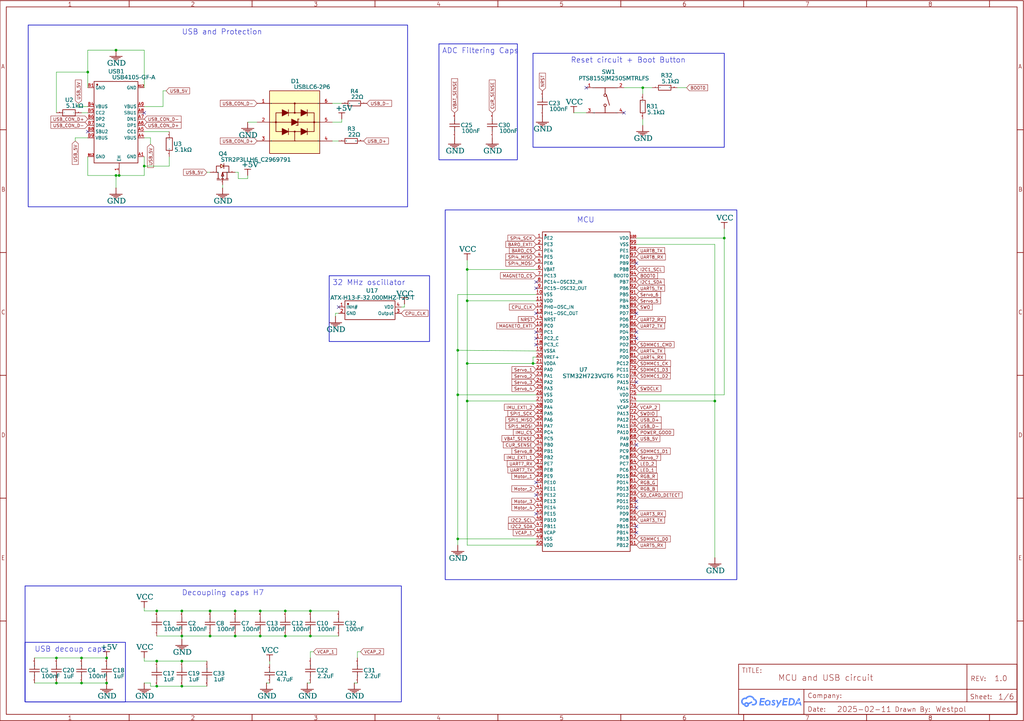
<source format=kicad_sch>
(kicad_sch (version 20250114) (generator "eeschema") (generator_version "9.0")
  (paper "User" 414.782 292.227)
  (lib_symbols
    (symbol "+5V" (power) (pin_numbers (hide yes)) (pin_names (hide yes))
      (property "Value" "+5V" (at 0 -3.81 0))
      (symbol "+5V_0_0"
        (pin power_in line (at 0 0 270) (length 0) (name "+5V") (number "1"))
      )
    )
    (symbol "ATX-H13-F-32.000MHZ-F25-T"
      (property "Reference" "U17" (at -1.4986 8.7503 0))
      (property "Value" "ATX-H13-F-32.000MHZ-F25-T" (at -19.8374 5.9309 0))
      (symbol "ATX-H13-F-32.000MHZ-F25-T_0_0"
        (pin unspecified line (at -12.7 1.27 0) (length 2.54) (name "INH#") (number "1"))
        (pin unspecified line (at -12.7 -1.27 0) (length 2.54) (name "GND") (number "2"))
        (pin unspecified line (at 12.7 1.27 180) (length 2.54) (name "VDD") (number "4"))
        (pin unspecified line (at 12.7 -1.27 180) (length 2.54) (name "Output") (number "3"))
      )
    )
    (symbol "CL05A225MQ5NNNC"
      (property "Reference" "C22" (at 2.54 0.8763 0))
      (property "Value" "2.2uF" (at 2.54 -1.4097 0))
      (symbol "CL05A225MQ5NNNC_0_0"
        (pin unspecified line (at 0 5.08 270) (length 2.54) (name "2") (number "2"))
        (pin unspecified line (at 0 -5.08 90) (length 2.54) (name "1") (number "1"))
      )
    )
    (symbol "CL05A225MQ5NNNC_1"
      (property "Reference" "C31" (at 2.54 0.8763 0))
      (property "Value" "2.2uF" (at 2.54 -1.4097 0))
      (symbol "CL05A225MQ5NNNC_1_0_0"
        (pin unspecified line (at 0 5.08 270) (length 2.54) (name "2") (number "2"))
        (pin unspecified line (at 0 -5.08 90) (length 2.54) (name "1") (number "1"))
      )
    )
    (symbol "CL05B104KP5NNNC"
      (property "Reference" "C1" (at 2.54 0.8763 0))
      (property "Value" "100nF" (at 2.54 -1.4097 0))
      (symbol "CL05B104KP5NNNC_0_0"
        (pin unspecified line (at 0 5.08 270) (length 2.54) (name "2") (number "2"))
        (pin unspecified line (at 0 -5.08 90) (length 2.54) (name "1") (number "1"))
      )
    )
    (symbol "CL05B104KP5NNNC_1"
      (property "Reference" "C2" (at 2.54 0.8763 0))
      (property "Value" "100nF" (at 2.54 -1.4097 0))
      (symbol "CL05B104KP5NNNC_1_0_0"
        (pin unspecified line (at 0 5.08 270) (length 2.54) (name "2") (number "2"))
        (pin unspecified line (at 0 -5.08 90) (length 2.54) (name "1") (number "1"))
      )
    )
    (symbol "CL05B104KP5NNNC_10"
      (property "Reference" "C25" (at 2.54 0.8763 0))
      (property "Value" "100nF" (at 2.54 -1.4097 0))
      (symbol "CL05B104KP5NNNC_10_0_0"
        (pin unspecified line (at 0 5.08 270) (length 2.54) (name "2") (number "2"))
        (pin unspecified line (at 0 -5.08 90) (length 2.54) (name "1") (number "1"))
      )
    )
    (symbol "CL05B104KP5NNNC_11"
      (property "Reference" "C30" (at 2.54 0.8763 0))
      (property "Value" "100nF" (at 2.54 -1.4097 0))
      (symbol "CL05B104KP5NNNC_11_0_0"
        (pin unspecified line (at 0 5.08 270) (length 2.54) (name "2") (number "2"))
        (pin unspecified line (at 0 -5.08 90) (length 2.54) (name "1") (number "1"))
      )
    )
    (symbol "CL05B104KP5NNNC_12"
      (property "Reference" "C32" (at 2.54 0.8763 0))
      (property "Value" "100nF" (at 2.54 -1.4097 0))
      (symbol "CL05B104KP5NNNC_12_0_0"
        (pin unspecified line (at 0 5.08 270) (length 2.54) (name "2") (number "2"))
        (pin unspecified line (at 0 -5.08 90) (length 2.54) (name "1") (number "1"))
      )
    )
    (symbol "CL05B104KP5NNNC_2"
      (property "Reference" "C4" (at 2.54 0.8763 0))
      (property "Value" "100nF" (at 2.54 -1.4097 0))
      (symbol "CL05B104KP5NNNC_2_0_0"
        (pin unspecified line (at 0 5.08 270) (length 2.54) (name "2") (number "2"))
        (pin unspecified line (at 0 -5.08 90) (length 2.54) (name "1") (number "1"))
      )
    )
    (symbol "CL05B104KP5NNNC_3"
      (property "Reference" "C5" (at 2.54 0.8763 0))
      (property "Value" "100nF" (at 2.54 -1.4097 0))
      (symbol "CL05B104KP5NNNC_3_0_0"
        (pin unspecified line (at 0 5.08 270) (length 2.54) (name "2") (number "2"))
        (pin unspecified line (at 0 -5.08 90) (length 2.54) (name "1") (number "1"))
      )
    )
    (symbol "CL05B104KP5NNNC_4"
      (property "Reference" "C7" (at 2.54 0.8763 0))
      (property "Value" "100nF" (at 2.54 -1.4097 0))
      (symbol "CL05B104KP5NNNC_4_0_0"
        (pin unspecified line (at 0 5.08 270) (length 2.54) (name "2") (number "2"))
        (pin unspecified line (at 0 -5.08 90) (length 2.54) (name "1") (number "1"))
      )
    )
    (symbol "CL05B104KP5NNNC_5"
      (property "Reference" "C8" (at 2.54 0.8763 0))
      (property "Value" "100nF" (at 2.54 -1.4097 0))
      (symbol "CL05B104KP5NNNC_5_0_0"
        (pin unspecified line (at 0 5.08 270) (length 2.54) (name "2") (number "2"))
        (pin unspecified line (at 0 -5.08 90) (length 2.54) (name "1") (number "1"))
      )
    )
    (symbol "CL05B104KP5NNNC_6"
      (property "Reference" "C10" (at 2.54 0.8763 0))
      (property "Value" "100nF" (at 2.54 -1.4097 0))
      (symbol "CL05B104KP5NNNC_6_0_0"
        (pin unspecified line (at 0 5.08 270) (length 2.54) (name "2") (number "2"))
        (pin unspecified line (at 0 -5.08 90) (length 2.54) (name "1") (number "1"))
      )
    )
    (symbol "CL05B104KP5NNNC_7"
      (property "Reference" "C12" (at 2.54 0.8763 0))
      (property "Value" "100nF" (at 2.54 -1.4097 0))
      (symbol "CL05B104KP5NNNC_7_0_0"
        (pin unspecified line (at 0 5.08 270) (length 2.54) (name "2") (number "2"))
        (pin unspecified line (at 0 -5.08 90) (length 2.54) (name "1") (number "1"))
      )
    )
    (symbol "CL05B104KP5NNNC_8"
      (property "Reference" "C13" (at 2.54 0.8763 0))
      (property "Value" "100nF" (at 2.54 -1.4097 0))
      (symbol "CL05B104KP5NNNC_8_0_0"
        (pin unspecified line (at 0 5.08 270) (length 2.54) (name "2") (number "2"))
        (pin unspecified line (at 0 -5.08 90) (length 2.54) (name "1") (number "1"))
      )
    )
    (symbol "CL05B104KP5NNNC_9"
      (property "Reference" "C23" (at 2.54 0.8763 0))
      (property "Value" "100nF" (at 2.54 -1.4097 0))
      (symbol "CL05B104KP5NNNC_9_0_0"
        (pin unspecified line (at 0 5.08 270) (length 2.54) (name "2") (number "2"))
        (pin unspecified line (at 0 -5.08 90) (length 2.54) (name "1") (number "1"))
      )
    )
    (symbol "CL10A475KP8NNNC"
      (property "Reference" "C21" (at 2.54 0.9017 0))
      (property "Value" "4.7uF" (at 2.54 -1.4351 0))
      (symbol "CL10A475KP8NNNC_0_0"
        (pin input line (at 0 3.81 270) (length 2.54) (name "2") (number "2"))
        (pin input line (at 0 -3.81 90) (length 2.54) (name "1") (number "1"))
      )
    )
    (symbol "FRQ0402F5101TS"
      (property "Reference" "U2" (at -1.4986 6.0071 0))
      (property "Value" "5.1kΩ" (at -1.4986 3.7211 0))
      (symbol "FRQ0402F5101TS_0_0"
        (pin unspecified line (at -5.08 0 0) (length 2.54) (name "1") (number "1"))
        (pin unspecified line (at 5.08 0 180) (length 2.54) (name "2") (number "2"))
      )
    )
    (symbol "FRQ0402F5101TS_1"
      (property "Reference" "U3" (at 1.778 0.8763 0))
      (property "Value" "5.1kΩ" (at 1.778 -1.4097 0))
      (symbol "FRQ0402F5101TS_1_0_0"
        (pin unspecified line (at 0 5.08 270) (length 2.54) (name "2") (number "2"))
        (pin unspecified line (at 0 -5.08 90) (length 2.54) (name "1") (number "1"))
      )
    )
    (symbol "GND" (power) (pin_numbers (hide yes)) (pin_names (hide yes))
      (property "Value" "GND" (at 0 -6.35 0))
      (symbol "GND_0_0"
        (pin power_in line (at 0 0 270) (length 0) (name "GND") (number "1"))
      )
    )
    (symbol "JMK105BJ105KV-F"
      (property "Reference" "C17" (at 2.54 0.9017 0))
      (property "Value" "1uF" (at 2.54 -1.4351 0))
      (symbol "JMK105BJ105KV-F_0_0"
        (pin unspecified line (at 0 5.08 270) (length 2.54) (name "2") (number "2"))
        (pin unspecified line (at 0 -5.08 90) (length 2.54) (name "1") (number "1"))
      )
    )
    (symbol "JMK105BJ105KV-F_1"
      (property "Reference" "C18" (at 2.54 0.9017 0))
      (property "Value" "1uF" (at 2.54 -1.4351 0))
      (symbol "JMK105BJ105KV-F_1_0_0"
        (pin unspecified line (at 0 5.08 270) (length 2.54) (name "2") (number "2"))
        (pin unspecified line (at 0 -5.08 90) (length 2.54) (name "1") (number "1"))
      )
    )
    (symbol "JMK105BJ105KV-F_2"
      (property "Reference" "C19" (at 2.54 0.9017 0))
      (property "Value" "1uF" (at 2.54 -1.4351 0))
      (symbol "JMK105BJ105KV-F_2_0_0"
        (pin unspecified line (at 0 5.08 270) (length 2.54) (name "2") (number "2"))
        (pin unspecified line (at 0 -5.08 90) (length 2.54) (name "1") (number "1"))
      )
    )
    (symbol "JMK105BJ105KV-F_3"
      (property "Reference" "C20" (at 2.54 0.9017 0))
      (property "Value" "1uF" (at 2.54 -1.4351 0))
      (symbol "JMK105BJ105KV-F_3_0_0"
        (pin unspecified line (at 0 5.08 270) (length 2.54) (name "2") (number "2"))
        (pin unspecified line (at 0 -5.08 90) (length 2.54) (name "1") (number "1"))
      )
    )
    (symbol "JMK105BJ105KV-F_4"
      (property "Reference" "C33" (at 2.54 0.9017 0))
      (property "Value" "1uF" (at 2.54 -1.4351 0))
      (symbol "JMK105BJ105KV-F_4_0_0"
        (pin unspecified line (at 0 5.08 270) (length 2.54) (name "2") (number "2"))
        (pin unspecified line (at 0 -5.08 90) (length 2.54) (name "1") (number "1"))
      )
    )
    (symbol "PTS815SJM250SMTRLFS"
      (property "Reference" "SW1" (at -1.2954 12.3063 0))
      (property "Value" "PTS815SJM250SMTRLFS" (at -11.6078 9.7663 0))
      (symbol "PTS815SJM250SMTRLFS_0_0"
        (pin unspecified line (at -7.62 5.08 0) (length 2.54) (name "1") (number "1"))
        (pin unspecified line (at -7.62 -5.08 0) (length 2.54) (name "3") (number "3"))
        (pin unspecified line (at 7.62 5.08 180) (length 2.54) (name "2") (number "2"))
        (pin unspecified line (at 7.62 -5.08 180) (length 2.54) (name "4") (number "4"))
      )
    )
    (symbol "RC0402FR-0722RL"
      (property "Reference" "R3" (at -1.4986 5.7531 0))
      (property "Value" "22Ω" (at -1.4986 3.4671 0))
      (symbol "RC0402FR-0722RL_0_0"
        (pin input line (at -5.08 0 0) (length 2.54) (name "1") (number "1"))
        (pin input line (at 5.08 0 180) (length 2.54) (name "2") (number "2"))
      )
    )
    (symbol "RC0402FR-0722RL_1"
      (property "Reference" "R4" (at -1.4986 5.7531 0))
      (property "Value" "22Ω" (at -1.4986 3.4671 0))
      (symbol "RC0402FR-0722RL_1_0_0"
        (pin input line (at -5.08 0 0) (length 2.54) (name "1") (number "1"))
        (pin input line (at 5.08 0 180) (length 2.54) (name "2") (number "2"))
      )
    )
    (symbol "RMC04025.1K1%N"
      (property "Reference" "R31" (at 1.524 0.8763 0))
      (property "Value" "5.1kΩ" (at 1.524 -1.4351 0))
      (symbol "RMC04025.1K1%N_0_0"
        (pin unspecified line (at 0 5.08 270) (length 2.54) (name "2") (number "2"))
        (pin unspecified line (at 0 -5.08 90) (length 2.54) (name "1") (number "1"))
      )
    )
    (symbol "RMC04025.1K1%N_1"
      (property "Reference" "R32" (at -1.4986 5.8039 0))
      (property "Value" "5.1kΩ" (at -1.4986 3.4671 0))
      (symbol "RMC04025.1K1%N_1_0_0"
        (pin unspecified line (at -5.08 0 0) (length 2.54) (name "1") (number "1"))
        (pin unspecified line (at 5.08 0 180) (length 2.54) (name "2") (number "2"))
      )
    )
    (symbol "STM32H723VGT6"
      (property "Reference" "U7" (at -2.7686 9.7409 0))
      (property "Value" "STM32H723VGT6" (at -9.7282 7.2009 0))
      (symbol "STM32H723VGT6_0_0"
        (pin unspecified line (at -20.32 62.23 0) (length 2.54) (name "PE2") (number "1"))
        (pin unspecified line (at -20.32 59.69 0) (length 2.54) (name "PE3") (number "2"))
        (pin unspecified line (at -20.32 57.15 0) (length 2.54) (name "PE4") (number "3"))
        (pin unspecified line (at -20.32 54.61 0) (length 2.54) (name "PE5") (number "4"))
        (pin unspecified line (at -20.32 52.07 0) (length 2.54) (name "PE6") (number "5"))
        (pin unspecified line (at -20.32 49.53 0) (length 2.54) (name "VBAT") (number "6"))
        (pin unspecified line (at -20.32 46.99 0) (length 2.54) (name "PC13") (number "7"))
        (pin unspecified line (at -20.32 44.45 0) (length 2.54) (name "PC14-OSC32_IN") (number "8"))
        (pin unspecified line (at -20.32 41.91 0) (length 2.54) (name "PC15-OSC32_OUT") (number "9"))
        (pin unspecified line (at -20.32 39.37 0) (length 2.54) (name "VSS") (number "10"))
        (pin unspecified line (at -20.32 36.83 0) (length 2.54) (name "VDD") (number "11"))
        (pin unspecified line (at -20.32 34.29 0) (length 2.54) (name "PH0-OSC_IN") (number "12"))
        (pin unspecified line (at -20.32 31.75 0) (length 2.54) (name "PH1-OSC_OUT") (number "13"))
        (pin unspecified line (at -20.32 29.21 0) (length 2.54) (name "NRST") (number "14"))
        (pin unspecified line (at -20.32 26.67 0) (length 2.54) (name "PC0") (number "15"))
        (pin unspecified line (at -20.32 24.13 0) (length 2.54) (name "PC1") (number "16"))
        (pin unspecified line (at -20.32 21.59 0) (length 2.54) (name "PC2_C") (number "17"))
        (pin unspecified line (at -20.32 19.05 0) (length 2.54) (name "PC3_C") (number "18"))
        (pin unspecified line (at -20.32 16.51 0) (length 2.54) (name "VSSA") (number "19"))
        (pin unspecified line (at -20.32 13.97 0) (length 2.54) (name "VREF+") (number "20"))
        (pin unspecified line (at -20.32 11.43 0) (length 2.54) (name "VDDA") (number "21"))
        (pin unspecified line (at -20.32 8.89 0) (length 2.54) (name "PA0") (number "22"))
        (pin unspecified line (at -20.32 6.35 0) (length 2.54) (name "PA1") (number "23"))
        (pin unspecified line (at -20.32 3.81 0) (length 2.54) (name "PA2") (number "24"))
        (pin unspecified line (at -20.32 1.27 0) (length 2.54) (name "PA3") (number "25"))
        (pin unspecified line (at -20.32 -1.27 0) (length 2.54) (name "VSS") (number "26"))
        (pin unspecified line (at -20.32 -3.81 0) (length 2.54) (name "VDD") (number "27"))
        (pin unspecified line (at -20.32 -6.35 0) (length 2.54) (name "PA4") (number "28"))
        (pin unspecified line (at -20.32 -8.89 0) (length 2.54) (name "PA5") (number "29"))
        (pin unspecified line (at -20.32 -11.43 0) (length 2.54) (name "PA6") (number "30"))
        (pin unspecified line (at -20.32 -13.97 0) (length 2.54) (name "PA7") (number "31"))
        (pin unspecified line (at -20.32 -16.51 0) (length 2.54) (name "PC4") (number "32"))
        (pin unspecified line (at -20.32 -19.05 0) (length 2.54) (name "PC5") (number "33"))
        (pin unspecified line (at -20.32 -21.59 0) (length 2.54) (name "PB0") (number "34"))
        (pin unspecified line (at -20.32 -24.13 0) (length 2.54) (name "PB1") (number "35"))
        (pin unspecified line (at -20.32 -26.67 0) (length 2.54) (name "PB2") (number "36"))
        (pin unspecified line (at -20.32 -29.21 0) (length 2.54) (name "PE7") (number "37"))
        (pin unspecified line (at -20.32 -31.75 0) (length 2.54) (name "PE8") (number "38"))
        (pin unspecified line (at -20.32 -34.29 0) (length 2.54) (name "PE9") (number "39"))
        (pin unspecified line (at -20.32 -36.83 0) (length 2.54) (name "PE10") (number "40"))
        (pin unspecified line (at -20.32 -39.37 0) (length 2.54) (name "PE11") (number "41"))
        (pin unspecified line (at -20.32 -41.91 0) (length 2.54) (name "PE12") (number "42"))
        (pin unspecified line (at -20.32 -44.45 0) (length 2.54) (name "PE13") (number "43"))
        (pin unspecified line (at -20.32 -46.99 0) (length 2.54) (name "PE14") (number "44"))
        (pin unspecified line (at -20.32 -49.53 0) (length 2.54) (name "PE15") (number "45"))
        (pin unspecified line (at -20.32 -52.07 0) (length 2.54) (name "PB10") (number "46"))
        (pin unspecified line (at -20.32 -54.61 0) (length 2.54) (name "PB11") (number "47"))
        (pin unspecified line (at -20.32 -57.15 0) (length 2.54) (name "VCAP") (number "48"))
        (pin unspecified line (at -20.32 -59.69 0) (length 2.54) (name "VSS") (number "49"))
        (pin unspecified line (at -20.32 -62.23 0) (length 2.54) (name "VDD") (number "50"))
        (pin unspecified line (at 20.32 62.23 180) (length 2.54) (name "VDD") (number "100"))
        (pin unspecified line (at 20.32 59.69 180) (length 2.54) (name "VSS") (number "99"))
        (pin unspecified line (at 20.32 57.15 180) (length 2.54) (name "PE1") (number "98"))
        (pin unspecified line (at 20.32 54.61 180) (length 2.54) (name "PE0") (number "97"))
        (pin unspecified line (at 20.32 52.07 180) (length 2.54) (name "PB9") (number "96"))
        (pin unspecified line (at 20.32 49.53 180) (length 2.54) (name "PB8") (number "95"))
        (pin unspecified line (at 20.32 46.99 180) (length 2.54) (name "BOOT0") (number "94"))
        (pin unspecified line (at 20.32 44.45 180) (length 2.54) (name "PB7") (number "93"))
        (pin unspecified line (at 20.32 41.91 180) (length 2.54) (name "PB6") (number "92"))
        (pin unspecified line (at 20.32 39.37 180) (length 2.54) (name "PB5") (number "91"))
        (pin unspecified line (at 20.32 36.83 180) (length 2.54) (name "PB4") (number "90"))
        (pin unspecified line (at 20.32 34.29 180) (length 2.54) (name "PB3") (number "89"))
        (pin unspecified line (at 20.32 31.75 180) (length 2.54) (name "PD7") (number "88"))
        (pin unspecified line (at 20.32 29.21 180) (length 2.54) (name "PD6") (number "87"))
        (pin unspecified line (at 20.32 26.67 180) (length 2.54) (name "PD5") (number "86"))
        (pin unspecified line (at 20.32 24.13 180) (length 2.54) (name "PD4") (number "85"))
        (pin unspecified line (at 20.32 21.59 180) (length 2.54) (name "PD3") (number "84"))
        (pin unspecified line (at 20.32 19.05 180) (length 2.54) (name "PD2") (number "83"))
        (pin unspecified line (at 20.32 16.51 180) (length 2.54) (name "PD1") (number "82"))
        (pin unspecified line (at 20.32 13.97 180) (length 2.54) (name "PD0") (number "81"))
        (pin unspecified line (at 20.32 11.43 180) (length 2.54) (name "PC12") (number "80"))
        (pin unspecified line (at 20.32 8.89 180) (length 2.54) (name "PC11") (number "79"))
        (pin unspecified line (at 20.32 6.35 180) (length 2.54) (name "PC10") (number "78"))
        (pin unspecified line (at 20.32 3.81 180) (length 2.54) (name "PA15") (number "77"))
        (pin unspecified line (at 20.32 1.27 180) (length 2.54) (name "PA14") (number "76"))
        (pin unspecified line (at 20.32 -1.27 180) (length 2.54) (name "VDD") (number "75"))
        (pin unspecified line (at 20.32 -3.81 180) (length 2.54) (name "VSS") (number "74"))
        (pin unspecified line (at 20.32 -6.35 180) (length 2.54) (name "VCAP") (number "73"))
        (pin unspecified line (at 20.32 -8.89 180) (length 2.54) (name "PA13") (number "72"))
        (pin unspecified line (at 20.32 -11.43 180) (length 2.54) (name "PA12") (number "71"))
        (pin unspecified line (at 20.32 -13.97 180) (length 2.54) (name "PA11") (number "70"))
        (pin unspecified line (at 20.32 -16.51 180) (length 2.54) (name "PA10") (number "69"))
        (pin unspecified line (at 20.32 -19.05 180) (length 2.54) (name "PA9") (number "68"))
        (pin unspecified line (at 20.32 -21.59 180) (length 2.54) (name "PA8") (number "67"))
        (pin unspecified line (at 20.32 -24.13 180) (length 2.54) (name "PC9") (number "66"))
        (pin unspecified line (at 20.32 -26.67 180) (length 2.54) (name "PC8") (number "65"))
        (pin unspecified line (at 20.32 -29.21 180) (length 2.54) (name "PC7") (number "64"))
        (pin unspecified line (at 20.32 -31.75 180) (length 2.54) (name "PC6") (number "63"))
        (pin unspecified line (at 20.32 -34.29 180) (length 2.54) (name "PD15") (number "62"))
        (pin unspecified line (at 20.32 -36.83 180) (length 2.54) (name "PD14") (number "61"))
        (pin unspecified line (at 20.32 -39.37 180) (length 2.54) (name "PD13") (number "60"))
        (pin unspecified line (at 20.32 -41.91 180) (length 2.54) (name "PD12") (number "59"))
        (pin unspecified line (at 20.32 -44.45 180) (length 2.54) (name "PD11") (number "58"))
        (pin unspecified line (at 20.32 -46.99 180) (length 2.54) (name "PD10") (number "57"))
        (pin unspecified line (at 20.32 -49.53 180) (length 2.54) (name "PD9") (number "56"))
        (pin unspecified line (at 20.32 -52.07 180) (length 2.54) (name "PD8") (number "55"))
        (pin unspecified line (at 20.32 -54.61 180) (length 2.54) (name "PB15") (number "54"))
        (pin unspecified line (at 20.32 -57.15 180) (length 2.54) (name "PB14") (number "53"))
        (pin unspecified line (at 20.32 -59.69 180) (length 2.54) (name "PB13") (number "52"))
        (pin unspecified line (at 20.32 -62.23 180) (length 2.54) (name "PB12") (number "51"))
      )
    )
    (symbol "STR2P3LLH6_C2969791"
      (property "Reference" "Q4" (at -1.5748 8.3439 0))
      (property "Value" "STR2P3LLH6_C2969791" (at -1.5748 6.0071 0))
      (symbol "STR2P3LLH6_C2969791_0_0"
        (pin unspecified line (at -5.08 0 0) (length 2.54) (name "D") (number "3"))
        (pin unspecified line (at 0 -5.08 90) (length 2.54) (name "G") (number "1"))
        (pin unspecified line (at 5.08 0 180) (length 2.54) (name "S") (number "2"))
      )
    )
    (symbol "USB4105-GF-A"
      (property "Reference" "USB1" (at -4.3434 25.1841 0))
      (property "Value" "USB4105-GF-A" (at -4.3434 22.8981 0))
      (symbol "USB4105-GF-A_0_0"
        (pin unspecified line (at -12.7 17.78 0) (length 2.54) (name "GND") (number "B1"))
        (pin unspecified line (at -12.7 10.16 0) (length 2.54) (name "VBUS") (number "B4"))
        (pin unspecified line (at -12.7 7.62 0) (length 2.54) (name "CC2") (number "B5"))
        (pin unspecified line (at -12.7 5.08 0) (length 2.54) (name "DP2") (number "B6"))
        (pin unspecified line (at -12.7 2.54 0) (length 2.54) (name "DN2") (number "B7"))
        (pin unspecified line (at -12.7 0 0) (length 2.54) (name "SBU2") (number "B8"))
        (pin unspecified line (at -12.7 -2.54 0) (length 2.54) (name "VBUS") (number "B9"))
        (pin unspecified line (at -12.7 -10.16 0) (length 2.54) (name "GND") (number "B12"))
        (pin unspecified line (at 0 -17.78 90) (length 5.08) (name "EH") (number "1"))
        (pin unspecified line (at 10.16 17.78 180) (length 2.54) (name "GND") (number "A12"))
        (pin unspecified line (at 10.16 10.16 180) (length 2.54) (name "VBUS") (number "A9"))
        (pin unspecified line (at 10.16 7.62 180) (length 2.54) (name "SBU1") (number "A8"))
        (pin unspecified line (at 10.16 5.08 180) (length 2.54) (name "DN1") (number "A7"))
        (pin unspecified line (at 10.16 2.54 180) (length 2.54) (name "DP1") (number "A6"))
        (pin unspecified line (at 10.16 0 180) (length 2.54) (name "CC1") (number "A5"))
        (pin unspecified line (at 10.16 -2.54 180) (length 2.54) (name "VBUS") (number "A4"))
        (pin unspecified line (at 10.16 -10.16 180) (length 2.54) (name "GND") (number "A1"))
      )
    )
    (symbol "USBLC6-2P6"
      (property "Reference" "D1" (at -1.4986 17.4371 0))
      (property "Value" "USBLC6-2P6" (at -1.4986 15.1511 0))
      (symbol "USBLC6-2P6_0_0"
        (pin input line (at -15.24 7.62 0) (length 5.08) (name "I/O1") (number "1"))
        (pin input line (at -15.24 0 0) (length 5.08) (name "GND") (number "2"))
        (pin input line (at -15.24 -7.62 0) (length 5.08) (name "I/O2") (number "3"))
        (pin input line (at 15.24 7.62 180) (length 5.08) (name "I/O1") (number "6"))
        (pin input line (at 15.24 0 180) (length 5.08) (name "VBUS") (number "5"))
        (pin input line (at 15.24 -7.62 180) (length 5.08) (name "I/O2") (number "4"))
      )
    )
    (symbol "Unknown_0_-1149"
      (symbol "Unknown_0_-1149_0_0"
        (text "A" (at 0.381 -25.7429 0) (effects (font (size 1.6891 1.6891)) (justify left top)))
        (text "B" (at 0.381 -75.5269 0) (effects (font (size 1.6891 1.6891)) (justify left top)))
        (text "C" (at 0.381 -125.3109 0) (effects (font (size 1.6891 1.6891)) (justify left top)))
        (text "D" (at 0.381 -175.0949 0) (effects (font (size 1.6891 1.6891)) (justify left top)))
        (text "E" (at 0.381 -224.8789 0) (effects (font (size 1.6891 1.6891)) (justify left top)))
        (text "1" (at 27.432 -0.4699 0) (effects (font (size 1.6891 1.6891)) (justify left top)))
        (text "1" (at 27.432 -289.7759 0) (effects (font (size 1.6891 1.6891)) (justify left top)))
        (text "2" (at 77.216 -0.4699 0) (effects (font (size 1.6891 1.6891)) (justify left top)))
        (text "2" (at 77.216 -289.7759 0) (effects (font (size 1.6891 1.6891)) (justify left top)))
        (text "3" (at 127 -0.4699 0) (effects (font (size 1.6891 1.6891)) (justify left top)))
        (text "3" (at 127 -289.7759 0) (effects (font (size 1.6891 1.6891)) (justify left top)))
        (text "4" (at 176.784 -0.4699 0) (effects (font (size 1.6891 1.6891)) (justify left top)))
        (text "4" (at 176.784 -289.7759 0) (effects (font (size 1.6891 1.6891)) (justify left top)))
        (text "5" (at 226.568 -0.4699 0) (effects (font (size 1.6891 1.6891)) (justify left top)))
        (text "5" (at 226.568 -289.7759 0) (effects (font (size 1.6891 1.6891)) (justify left top)))
        (text "6" (at 276.352 -0.4699 0) (effects (font (size 1.6891 1.6891)) (justify left top)))
        (text "6" (at 276.352 -289.7759 0) (effects (font (size 1.6891 1.6891)) (justify left top)))
        (text "TITLE:" (at 300.4566 -270.3576 0) (effects (font (size 1.9304 1.9304)) (justify left top)))
        (text "MCU and USB circuit" (at 315.1124 -273.05 0) (effects (font (size 2.413 2.413)) (justify left top)))
        (text "7" (at 326.136 -0.4699 0) (effects (font (size 1.6891 1.6891)) (justify left top)))
        (text "7" (at 326.136 -289.7759 0) (effects (font (size 1.6891 1.6891)) (justify left top)))
        (text "Company:" (at 327.0504 -280.5684 0) (effects (font (size 1.9304 1.9304)) (justify left top)))
        (text "Date:" (at 327.0504 -286.1056 0) (effects (font (size 1.9304 1.9304)) (justify left top)))
        (text "2025-02-11" (at 338.9884 -285.9659 0) (effects (font (size 2.1717 2.1717)) (justify left top)))
        (text "Drawn By:" (at 362.3564 -286.1564 0) (effects (font (size 1.9304 1.9304)) (justify left top)))
        (text "8" (at 375.92 -0.4699 0) (effects (font (size 1.6891 1.6891)) (justify left top)))
        (text "8" (at 375.92 -289.7759 0) (effects (font (size 1.6891 1.6891)) (justify left top)))
        (text "Westpol" (at 378.8664 -285.9151 0) (effects (font (size 2.1717 2.1717)) (justify left top)))
        (text "Sheet:" (at 392.8364 -281.0256 0) (effects (font (size 1.9304 1.9304)) (justify left top)))
        (text "REV:" (at 393.0904 -273.7104 0) (effects (font (size 1.9304 1.9304)) (justify left top)))
        (text "1.0" (at 402.7424 -273.4691 0) (effects (font (size 2.1717 2.1717)) (justify left top)))
        (text "1/6" (at 404.2664 -280.8859 0) (effects (font (size 2.1717 2.1717)) (justify left top)))
        (text "A" (at 412.369 -25.7429 0) (effects (font (size 1.6891 1.6891)) (justify left top)))
        (text "B" (at 412.369 -75.5269 0) (effects (font (size 1.6891 1.6891)) (justify left top)))
        (text "C" (at 412.369 -125.3109 0) (effects (font (size 1.6891 1.6891)) (justify left top)))
        (text "D" (at 412.369 -175.0949 0) (effects (font (size 1.6891 1.6891)) (justify left top)))
        (text "E" (at 412.369 -224.8789 0) (effects (font (size 1.6891 1.6891)) (justify left top)))
      )
    )
    (symbol "VCC" (power) (pin_numbers (hide yes)) (pin_names (hide yes))
      (property "Value" "VCC" (at 0 -3.81 0))
      (symbol "VCC_0_0"
        (pin power_in line (at 0 0 270) (length 0) (name "VCC") (number "1"))
      )
    )
  )
  (rectangle (start 133.35 111.76) (end 173.99 138.43) (stroke (width 0.254)))
  (rectangle (start 177.8 17.78) (end 209.55 64.77) (stroke (width 0.254)))
  (rectangle (start 10.16 237.49) (end 162.56 284.48) (stroke (width 0.254)))
  (rectangle (start 215.9 21.59) (end 293.37 59.69) (stroke (width 0.254)))
  (rectangle (start 180.34 85.09) (end 298.45 234.95) (stroke (width 0.254)))
  (rectangle (start 11.43 10.16) (end 165.1 83.82) (stroke (width 0.254)))
  (rectangle (start 10.16 260.35) (end 50.8 284.48) (stroke (width 0.254)))
  (text "ADC Filtering Caps" (at 179.07 19.4183 0) (effects (font (size 2.1717 2.1717)) (justify left top)))
  (text "Reset circuit + Boot Button" (at 231.14 23.2283 0) (effects (font (size 2.1717 2.1717)) (justify left top)))
  (text "Decoupling caps H7" (at 73.66 239.1283 0) (effects (font (size 2.1717 2.1717)) (justify left top)))
  (text "USB decoup caps" (at 13.97 261.9883 0) (effects (font (size 2.1717 2.1717)) (justify left top)))
  (text "USB and Protection" (at 73.66 11.7983 0) (effects (font (size 2.1717 2.1717)) (justify left top)))
  (text "MCU" (at 233.68 87.9983 0) (effects (font (size 2.1717 2.1717)) (justify left top)))
  (text "32 MHz oscillator" (at 134.62 113.3983 0) (effects (font (size 2.1717 2.1717)) (justify left top)))
  (junction (at 125.73 257.81))
  (junction (at 43.18 276.86))
  (junction (at 189.23 147.32))
  (junction (at 63.5 267.97))
  (junction (at 22.86 266.7))
  (junction (at 115.57 247.65))
  (junction (at 189.23 109.22))
  (junction (at 22.86 276.86))
  (junction (at 189.23 121.92))
  (junction (at 185.42 218.44))
  (junction (at 73.66 257.81))
  (junction (at 260.35 35.56))
  (junction (at 95.25 257.81))
  (junction (at 33.02 276.86))
  (junction (at 293.37 96.52))
  (junction (at 58.42 67.31))
  (junction (at 46.99 20.32))
  (junction (at 63.5 247.65))
  (junction (at 63.5 278.13))
  (junction (at 33.02 266.7))
  (junction (at 105.41 257.81))
  (junction (at 189.23 162.56))
  (junction (at 85.09 257.81))
  (junction (at 289.56 162.56))
  (junction (at 215.9 147.32))
  (junction (at 185.42 160.02))
  (junction (at 85.09 247.65))
  (junction (at 46.99 71.12))
  (junction (at 115.57 257.81))
  (junction (at 73.66 267.97))
  (junction (at 125.73 247.65))
  (junction (at 185.42 141.986))
  (junction (at 48.26 71.12))
  (junction (at 43.18 266.7))
  (junction (at 95.25 247.65))
  (junction (at 73.66 247.65))
  (junction (at 105.41 247.65))
  (junction (at 35.56 29.21))
  (junction (at 73.66 278.13))
  (no_connect (at 217.17 127))
  (no_connect (at 257.81 127))
  (no_connect (at 257.81 106.68))
  (no_connect (at 217.17 114.3))
  (no_connect (at 217.17 208.28))
  (no_connect (at 257.81 213.36))
  (no_connect (at 257.81 205.74))
  (no_connect (at 217.17 195.58))
  (no_connect (at 257.81 154.94))
  (no_connect (at 252.73 45.72))
  (no_connect (at 257.81 203.2))
  (no_connect (at 257.81 134.62))
  (no_connect (at 257.81 215.9))
  (no_connect (at 257.81 137.16))
  (no_connect (at 217.17 137.16))
  (no_connect (at 217.17 139.7))
  (no_connect (at 58.42 45.72))
  (no_connect (at 237.49 35.56))
  (no_connect (at 217.17 134.62))
  (no_connect (at 217.17 200.66))
  (no_connect (at 257.81 180.34))
  (no_connect (at 137.16 124.46))
  (no_connect (at 35.56 53.34))
  (no_connect (at 217.17 116.84))
  (wire (pts (xy 96.52 69.85) (xy 96.52 72.39)))
  (wire (pts (xy 58.42 43.18) (xy 66.04 43.18)))
  (wire (pts (xy 22.86 45.72) (xy 22.86 29.21)))
  (wire (pts (xy 83.82 267.97) (xy 73.66 267.97)))
  (wire (pts (xy 90.17 76.2) (xy 90.17 74.93)))
  (wire (pts (xy 22.86 276.86) (xy 33.02 276.86)))
  (wire (pts (xy 100.33 49.53) (xy 104.14 49.53)))
  (wire (pts (xy 107.95 276.86) (xy 109.22 276.86)))
  (wire (pts (xy 293.37 92.71) (xy 293.37 96.52)))
  (wire (pts (xy 217.17 218.44) (xy 185.42 218.44)))
  (wire (pts (xy 13.97 276.86) (xy 22.86 276.86)))
  (wire (pts (xy 217.17 162.56) (xy 189.23 162.56)))
  (wire (pts (xy 100.33 72.39) (xy 100.33 71.12)))
  (wire (pts (xy 95.25 247.65) (xy 85.09 247.65)))
  (wire (pts (xy 115.57 257.81) (xy 105.41 257.81)))
  (wire (pts (xy 189.23 220.98) (xy 217.17 220.98)))
  (wire (pts (xy 58.42 63.5) (xy 58.42 67.31)))
  (wire (pts (xy 293.37 96.52) (xy 293.37 160.02)))
  (wire (pts (xy 144.78 264.16) (xy 144.78 266.7)))
  (wire (pts (xy 260.35 38.1) (xy 260.35 35.56)))
  (wire (pts (xy 66.04 43.18) (xy 66.04 36.83)))
  (wire (pts (xy 46.99 71.12) (xy 35.56 71.12)))
  (wire (pts (xy 46.99 20.32) (xy 58.42 20.32)))
  (wire (pts (xy 68.58 63.5) (xy 68.58 67.31)))
  (wire (pts (xy 35.56 43.18) (xy 31.75 43.18)))
  (wire (pts (xy 60.96 58.42) (xy 60.96 55.88)))
  (wire (pts (xy 162.56 124.46) (xy 163.83 124.46)))
  (wire (pts (xy 35.56 35.56) (xy 35.56 29.21)))
  (wire (pts (xy 60.96 276.86) (xy 58.42 276.86)))
  (wire (pts (xy 257.81 162.56) (xy 289.56 162.56)))
  (wire (pts (xy 73.66 257.81) (xy 63.5 257.81)))
  (wire (pts (xy 58.42 267.97) (xy 58.42 266.7)))
  (wire (pts (xy 260.35 35.56) (xy 252.73 35.56)))
  (wire (pts (xy 35.56 45.72) (xy 33.02 45.72)))
  (wire (pts (xy 185.42 220.98) (xy 185.42 218.44)))
  (wire (pts (xy 143.51 276.86) (xy 144.78 276.86)))
  (wire (pts (xy 293.37 160.02) (xy 257.81 160.02)))
  (wire (pts (xy 135.89 127) (xy 135.89 128.27)))
  (wire (pts (xy 137.16 247.65) (xy 125.73 247.65)))
  (wire (pts (xy 189.23 162.56) (xy 189.23 220.98)))
  (wire (pts (xy 189.23 105.41) (xy 189.23 109.22)))
  (wire (pts (xy 73.66 267.97) (xy 63.5 267.97)))
  (wire (pts (xy 289.56 226.06) (xy 289.56 162.56)))
  (wire (pts (xy 134.62 57.15) (xy 137.16 57.15)))
  (wire (pts (xy 105.41 247.65) (xy 95.25 247.65)))
  (wire (pts (xy 60.96 55.88) (xy 58.42 55.88)))
  (wire (pts (xy 217.17 121.92) (xy 189.23 121.92)))
  (wire (pts (xy 146.05 264.16) (xy 144.78 264.16)))
  (wire (pts (xy 58.42 67.31) (xy 58.42 71.12)))
  (wire (pts (xy 289.56 162.56) (xy 289.56 99.06)))
  (wire (pts (xy 109.22 267.97) (xy 109.22 269.24)))
  (wire (pts (xy 289.56 99.06) (xy 257.81 99.06)))
  (wire (pts (xy 189.23 147.32) (xy 189.23 162.56)))
  (wire (pts (xy 66.04 36.83) (xy 67.31 36.83)))
  (wire (pts (xy 237.49 45.72) (xy 232.41 45.72)))
  (wire (pts (xy 163.83 124.46) (xy 163.83 123.19)))
  (wire (pts (xy 115.57 247.65) (xy 105.41 247.65)))
  (wire (pts (xy 185.42 160.02) (xy 185.42 141.986)))
  (wire (pts (xy 58.42 20.32) (xy 58.42 35.56)))
  (wire (pts (xy 83.82 69.85) (xy 85.09 69.85)))
  (wire (pts (xy 185.42 119.38) (xy 217.17 119.38)))
  (wire (pts (xy 137.16 257.81) (xy 125.73 257.81)))
  (wire (pts (xy 22.86 29.21) (xy 35.56 29.21)))
  (wire (pts (xy 35.56 20.32) (xy 46.99 20.32)))
  (wire (pts (xy 257.81 96.52) (xy 293.37 96.52)))
  (wire (pts (xy 30.48 57.15) (xy 30.48 55.88)))
  (wire (pts (xy 46.99 76.2) (xy 46.99 71.12)))
  (wire (pts (xy 30.48 55.88) (xy 35.56 55.88)))
  (wire (pts (xy 58.42 71.12) (xy 48.26 71.12)))
  (wire (pts (xy 35.56 71.12) (xy 35.56 63.5)))
  (wire (pts (xy 185.42 141.986) (xy 185.42 119.38)))
  (wire (pts (xy 278.13 35.56) (xy 274.32 35.56)))
  (wire (pts (xy 189.23 121.92) (xy 189.23 147.32)))
  (wire (pts (xy 138.43 49.53) (xy 134.62 49.53)))
  (wire (pts (xy 73.66 259.08) (xy 73.66 257.81)))
  (wire (pts (xy 185.42 218.44) (xy 185.42 160.02)))
  (wire (pts (xy 35.56 29.21) (xy 35.56 20.32)))
  (wire (pts (xy 60.96 278.13) (xy 60.96 276.86)))
  (wire (pts (xy 63.5 267.97) (xy 58.42 267.97)))
  (wire (pts (xy 189.23 109.22) (xy 189.23 121.92)))
  (wire (pts (xy 138.43 48.26) (xy 138.43 49.53)))
  (wire (pts (xy 217.17 144.78) (xy 215.9 144.78)))
  (wire (pts (xy 13.97 266.7) (xy 22.86 266.7)))
  (wire (pts (xy 125.73 257.81) (xy 115.57 257.81)))
  (wire (pts (xy 125.73 264.16) (xy 125.73 266.7)))
  (wire (pts (xy 217.17 147.32) (xy 215.9 147.32)))
  (wire (pts (xy 63.5 278.13) (xy 60.96 278.13)))
  (wire (pts (xy 33.02 266.7) (xy 43.18 266.7)))
  (wire (pts (xy 217.17 109.22) (xy 189.23 109.22)))
  (wire (pts (xy 124.46 276.86) (xy 125.73 276.86)))
  (wire (pts (xy 95.25 69.85) (xy 96.52 69.85)))
  (wire (pts (xy 217.17 160.02) (xy 185.42 160.02)))
  (wire (pts (xy 105.41 257.81) (xy 95.25 257.81)))
  (wire (pts (xy 215.9 147.32) (xy 189.23 147.32)))
  (wire (pts (xy 264.16 35.56) (xy 260.35 35.56)))
  (wire (pts (xy 48.26 71.12) (xy 46.99 71.12)))
  (wire (pts (xy 217.17 142.24) (xy 185.42 141.986)))
  (wire (pts (xy 137.16 127) (xy 135.89 127)))
  (wire (pts (xy 58.42 247.65) (xy 58.42 246.38)))
  (wire (pts (xy 63.5 247.65) (xy 58.42 247.65)))
  (wire (pts (xy 33.02 276.86) (xy 43.18 276.86)))
  (wire (pts (xy 85.09 247.65) (xy 73.66 247.65)))
  (wire (pts (xy 134.62 41.91) (xy 138.43 41.91)))
  (wire (pts (xy 96.52 72.39) (xy 100.33 72.39)))
  (wire (pts (xy 95.25 257.81) (xy 85.09 257.81)))
  (wire (pts (xy 31.75 43.18) (xy 31.75 41.91)))
  (wire (pts (xy 260.35 50.8) (xy 260.35 48.26)))
  (wire (pts (xy 125.73 247.65) (xy 115.57 247.65)))
  (wire (pts (xy 73.66 247.65) (xy 63.5 247.65)))
  (wire (pts (xy 58.42 53.34) (xy 68.58 53.34)))
  (wire (pts (xy 85.09 257.81) (xy 73.66 257.81)))
  (wire (pts (xy 215.9 144.78) (xy 215.9 147.32)))
  (wire (pts (xy 68.58 67.31) (xy 58.42 67.31)))
  (wire (pts (xy 73.66 278.13) (xy 63.5 278.13)))
  (wire (pts (xy 22.86 266.7) (xy 33.02 266.7)))
  (wire (pts (xy 127 264.16) (xy 125.73 264.16)))
  (wire (pts (xy 83.82 278.13) (xy 73.66 278.13)))
  (global_label "IMU_CS" (shape input) (at 217.17 175.26 180) (property "Intersheetrefs" "${INTERSHEET_REFS}" (effects (hide yes))))
  (global_label "SPI1_MISO" (shape input) (at 217.17 170.18 180) (property "Intersheetrefs" "${INTERSHEET_REFS}" (effects (hide yes))))
  (global_label "SDMMC1_D3" (shape input) (at 257.81 149.86 0) (property "Intersheetrefs" "${INTERSHEET_REFS}" (effects (hide yes))))
  (global_label "POWER_GOOD" (shape input) (at 257.81 175.26 0) (property "Intersheetrefs" "${INTERSHEET_REFS}" (effects (hide yes))))
  (global_label "SWDCLK" (shape input) (at 257.81 157.48 0) (property "Intersheetrefs" "${INTERSHEET_REFS}" (effects (hide yes))))
  (global_label "UART4_RX" (shape input) (at 257.81 144.78 0) (property "Intersheetrefs" "${INTERSHEET_REFS}" (effects (hide yes))))
  (global_label "USB_D-" (shape input) (at 148.59 41.91 0) (property "Intersheetrefs" "${INTERSHEET_REFS}" (effects (hide yes))))
  (global_label "BARO_CS" (shape input) (at 217.17 101.6 180) (property "Intersheetrefs" "${INTERSHEET_REFS}" (effects (hide yes))))
  (global_label "SPI1_MOSI" (shape input) (at 217.17 172.72 180) (property "Intersheetrefs" "${INTERSHEET_REFS}" (effects (hide yes))))
  (global_label "Motor_1" (shape input) (at 217.17 193.04 180) (property "Intersheetrefs" "${INTERSHEET_REFS}" (effects (hide yes))))
  (global_label "SWDIO" (shape input) (at 257.81 167.64 0) (property "Intersheetrefs" "${INTERSHEET_REFS}" (effects (hide yes))))
  (global_label "IMU_EXTI_1" (shape input) (at 217.17 185.42 180) (property "Intersheetrefs" "${INTERSHEET_REFS}" (effects (hide yes))))
  (global_label "SD_CARD_DETECT" (shape input) (at 257.81 200.66 0) (property "Intersheetrefs" "${INTERSHEET_REFS}" (effects (hide yes))))
  (global_label "UART8_RX" (shape input) (at 257.81 104.14 0) (property "Intersheetrefs" "${INTERSHEET_REFS}" (effects (hide yes))))
  (global_label "UART4_TX" (shape input) (at 257.81 142.24 0) (property "Intersheetrefs" "${INTERSHEET_REFS}" (effects (hide yes))))
  (global_label "VBAT_SENSE" (shape input) (at 184.15 45.72 90) (property "Intersheetrefs" "${INTERSHEET_REFS}" (effects (hide yes))))
  (global_label "CPU_CLK" (shape input) (at 217.17 124.46 180) (property "Intersheetrefs" "${INTERSHEET_REFS}" (effects (hide yes))))
  (global_label "VCAP_1" (shape input) (at 127 264.16 0) (property "Intersheetrefs" "${INTERSHEET_REFS}" (effects (hide yes))))
  (global_label "USB_5V" (shape input) (at 31.75 41.91 90) (property "Intersheetrefs" "${INTERSHEET_REFS}" (effects (hide yes))))
  (global_label "USB_CON_D+" (shape input) (at 58.42 50.8 0) (property "Intersheetrefs" "${INTERSHEET_REFS}" (effects (hide yes))))
  (global_label "SPI4_MISO" (shape input) (at 217.17 104.14 180) (property "Intersheetrefs" "${INTERSHEET_REFS}" (effects (hide yes))))
  (global_label "MAGNETO_CS" (shape input) (at 217.17 111.76 180) (property "Intersheetrefs" "${INTERSHEET_REFS}" (effects (hide yes))))
  (global_label "CUR_SENSE" (shape input) (at 199.39 45.72 90) (property "Intersheetrefs" "${INTERSHEET_REFS}" (effects (hide yes))))
  (global_label "USB_5V" (shape input) (at 67.31 36.83 0) (property "Intersheetrefs" "${INTERSHEET_REFS}" (effects (hide yes))))
  (global_label "I2C2_SCL" (shape input) (at 217.17 210.82 180) (property "Intersheetrefs" "${INTERSHEET_REFS}" (effects (hide yes))))
  (global_label "BOOT0" (shape input) (at 278.13 35.56 0) (property "Intersheetrefs" "${INTERSHEET_REFS}" (effects (hide yes))))
  (global_label "USB_CON_D+" (shape input) (at 104.14 57.15 180) (property "Intersheetrefs" "${INTERSHEET_REFS}" (effects (hide yes))))
  (global_label "Servo_6" (shape input) (at 257.81 119.38 0) (property "Intersheetrefs" "${INTERSHEET_REFS}" (effects (hide yes))))
  (global_label "RGB_B" (shape input) (at 257.81 198.12 0) (property "Intersheetrefs" "${INTERSHEET_REFS}" (effects (hide yes))))
  (global_label "SWO" (shape input) (at 257.81 124.46 0) (property "Intersheetrefs" "${INTERSHEET_REFS}" (effects (hide yes))))
  (global_label "NRST" (shape input) (at 219.71 36.83 90) (property "Intersheetrefs" "${INTERSHEET_REFS}" (effects (hide yes))))
  (global_label "USB_5V" (shape input) (at 257.81 177.8 0) (property "Intersheetrefs" "${INTERSHEET_REFS}" (effects (hide yes))))
  (global_label "NRST" (shape input) (at 217.17 129.54 180) (property "Intersheetrefs" "${INTERSHEET_REFS}" (effects (hide yes))))
  (global_label "SDMMC1_CK" (shape input) (at 257.81 147.32 0) (property "Intersheetrefs" "${INTERSHEET_REFS}" (effects (hide yes))))
  (global_label "SPI4_SCK" (shape input) (at 217.17 96.52 180) (property "Intersheetrefs" "${INTERSHEET_REFS}" (effects (hide yes))))
  (global_label "Servo_5" (shape input) (at 257.81 121.92 0) (property "Intersheetrefs" "${INTERSHEET_REFS}" (effects (hide yes))))
  (global_label "UART7_RX" (shape input) (at 217.17 187.96 180) (property "Intersheetrefs" "${INTERSHEET_REFS}" (effects (hide yes))))
  (global_label "UART7_TX" (shape input) (at 217.17 190.5 180) (property "Intersheetrefs" "${INTERSHEET_REFS}" (effects (hide yes))))
  (global_label "CPU_CLK" (shape input) (at 162.56 127 0) (property "Intersheetrefs" "${INTERSHEET_REFS}" (effects (hide yes))))
  (global_label "CUR_SENSE" (shape input) (at 217.17 180.34 180) (property "Intersheetrefs" "${INTERSHEET_REFS}" (effects (hide yes))))
  (global_label "I2C1_SCL" (shape input) (at 257.81 109.22 0) (property "Intersheetrefs" "${INTERSHEET_REFS}" (effects (hide yes))))
  (global_label "SDMMC1_D0" (shape input) (at 257.81 218.44 0) (property "Intersheetrefs" "${INTERSHEET_REFS}" (effects (hide yes))))
  (global_label "USB_D+" (shape input) (at 257.81 170.18 0) (property "Intersheetrefs" "${INTERSHEET_REFS}" (effects (hide yes))))
  (global_label "UART5_TX" (shape input) (at 257.81 116.84 0) (property "Intersheetrefs" "${INTERSHEET_REFS}" (effects (hide yes))))
  (global_label "BOOT0" (shape input) (at 257.81 111.76 0) (property "Intersheetrefs" "${INTERSHEET_REFS}" (effects (hide yes))))
  (global_label "Motor_2" (shape input) (at 217.17 198.12 180) (property "Intersheetrefs" "${INTERSHEET_REFS}" (effects (hide yes))))
  (global_label "USB_D-" (shape input) (at 257.81 172.72 0) (property "Intersheetrefs" "${INTERSHEET_REFS}" (effects (hide yes))))
  (global_label "Servo_1" (shape input) (at 217.17 149.86 180) (property "Intersheetrefs" "${INTERSHEET_REFS}" (effects (hide yes))))
  (global_label "RGB_G" (shape input) (at 257.81 195.58 0) (property "Intersheetrefs" "${INTERSHEET_REFS}" (effects (hide yes))))
  (global_label "Motor_3" (shape input) (at 217.17 203.2 180) (property "Intersheetrefs" "${INTERSHEET_REFS}" (effects (hide yes))))
  (global_label "Servo_4" (shape input) (at 217.17 157.48 180) (property "Intersheetrefs" "${INTERSHEET_REFS}" (effects (hide yes))))
  (global_label "IMU_EXTI_2" (shape input) (at 217.17 165.1 180) (property "Intersheetrefs" "${INTERSHEET_REFS}" (effects (hide yes))))
  (global_label "UART3_RX" (shape input) (at 257.81 208.28 0) (property "Intersheetrefs" "${INTERSHEET_REFS}" (effects (hide yes))))
  (global_label "SDMMC1_D2" (shape input) (at 257.81 152.4 0) (property "Intersheetrefs" "${INTERSHEET_REFS}" (effects (hide yes))))
  (global_label "Motor_4" (shape input) (at 217.17 205.74 180) (property "Intersheetrefs" "${INTERSHEET_REFS}" (effects (hide yes))))
  (global_label "USB_5V" (shape input) (at 30.48 57.15 270) (property "Intersheetrefs" "${INTERSHEET_REFS}" (effects (hide yes))))
  (global_label "Servo_2" (shape input) (at 217.17 152.4 180) (property "Intersheetrefs" "${INTERSHEET_REFS}" (effects (hide yes))))
  (global_label "USB_CON_D-" (shape input) (at 104.14 41.91 180) (property "Intersheetrefs" "${INTERSHEET_REFS}" (effects (hide yes))))
  (global_label "SPI4_MOSI" (shape input) (at 217.17 106.68 180) (property "Intersheetrefs" "${INTERSHEET_REFS}" (effects (hide yes))))
  (global_label "BARO_EXTI" (shape input) (at 217.17 99.06 180) (property "Intersheetrefs" "${INTERSHEET_REFS}" (effects (hide yes))))
  (global_label "UART3_TX" (shape input) (at 257.81 210.82 0) (property "Intersheetrefs" "${INTERSHEET_REFS}" (effects (hide yes))))
  (global_label "VCAP_1" (shape input) (at 217.17 215.9 180) (property "Intersheetrefs" "${INTERSHEET_REFS}" (effects (hide yes))))
  (global_label "Servo_7" (shape input) (at 257.81 185.42 0) (property "Intersheetrefs" "${INTERSHEET_REFS}" (effects (hide yes))))
  (global_label "UART2_RX" (shape input) (at 257.81 129.54 0) (property "Intersheetrefs" "${INTERSHEET_REFS}" (effects (hide yes))))
  (global_label "MAGNETO_EXTI" (shape input) (at 217.17 132.08 180) (property "Intersheetrefs" "${INTERSHEET_REFS}" (effects (hide yes))))
  (global_label "USB_CON_D-" (shape input) (at 58.42 48.26 0) (property "Intersheetrefs" "${INTERSHEET_REFS}" (effects (hide yes))))
  (global_label "UART8_TX" (shape input) (at 257.81 101.6 0) (property "Intersheetrefs" "${INTERSHEET_REFS}" (effects (hide yes))))
  (global_label "VCAP_2" (shape input) (at 257.81 165.1 0) (property "Intersheetrefs" "${INTERSHEET_REFS}" (effects (hide yes))))
  (global_label "I2C2_SDA" (shape input) (at 217.17 213.36 180) (property "Intersheetrefs" "${INTERSHEET_REFS}" (effects (hide yes))))
  (global_label "USB_5V" (shape input) (at 83.82 69.85 180) (property "Intersheetrefs" "${INTERSHEET_REFS}" (effects (hide yes))))
  (global_label "SPI1_SCK" (shape input) (at 217.17 167.64 180) (property "Intersheetrefs" "${INTERSHEET_REFS}" (effects (hide yes))))
  (global_label "USB_5V" (shape input) (at 60.96 58.42 270) (property "Intersheetrefs" "${INTERSHEET_REFS}" (effects (hide yes))))
  (global_label "SDMMC1_D1" (shape input) (at 257.81 182.88 0) (property "Intersheetrefs" "${INTERSHEET_REFS}" (effects (hide yes))))
  (global_label "SDMMC1_CMD" (shape input) (at 257.81 139.7 0) (property "Intersheetrefs" "${INTERSHEET_REFS}" (effects (hide yes))))
  (global_label "I2C1_SDA" (shape input) (at 257.81 114.3 0) (property "Intersheetrefs" "${INTERSHEET_REFS}" (effects (hide yes))))
  (global_label "UART2_TX" (shape input) (at 257.81 132.08 0) (property "Intersheetrefs" "${INTERSHEET_REFS}" (effects (hide yes))))
  (global_label "VBAT_SENSE" (shape input) (at 217.17 177.8 180) (property "Intersheetrefs" "${INTERSHEET_REFS}" (effects (hide yes))))
  (global_label "Servo_3" (shape input) (at 217.17 154.94 180) (property "Intersheetrefs" "${INTERSHEET_REFS}" (effects (hide yes))))
  (global_label "UART5_RX" (shape input) (at 257.81 220.98 0) (property "Intersheetrefs" "${INTERSHEET_REFS}" (effects (hide yes))))
  (global_label "LED_1" (shape input) (at 257.81 190.5 0) (property "Intersheetrefs" "${INTERSHEET_REFS}" (effects (hide yes))))
  (global_label "USB_CON_D+" (shape input) (at 35.56 48.26 180) (property "Intersheetrefs" "${INTERSHEET_REFS}" (effects (hide yes))))
  (global_label "Servo_8" (shape input) (at 217.17 182.88 180) (property "Intersheetrefs" "${INTERSHEET_REFS}" (effects (hide yes))))
  (global_label "VCAP_2" (shape input) (at 146.05 264.16 0) (property "Intersheetrefs" "${INTERSHEET_REFS}" (effects (hide yes))))
  (global_label "RGB_R" (shape input) (at 257.81 193.04 0) (property "Intersheetrefs" "${INTERSHEET_REFS}" (effects (hide yes))))
  (global_label "USB_CON_D-" (shape input) (at 35.56 50.8 180) (property "Intersheetrefs" "${INTERSHEET_REFS}" (effects (hide yes))))
  (global_label "LED_2" (shape input) (at 257.81 187.96 0) (property "Intersheetrefs" "${INTERSHEET_REFS}" (effects (hide yes))))
  (global_label "USB_D+" (shape input) (at 147.32 57.15 0) (property "Intersheetrefs" "${INTERSHEET_REFS}" (effects (hide yes))))
  (symbol (lib_id "VCC") (at 163.83 123.19 0) (mirror x) (unit 0)
    (property "Reference" "#PWR?" (effects (hide yes)))
    (property "Value" "VCC" (at 160.6804 120.396 0) (effects (font (size 2.1717 2.1717)) (justify left top)))
    (property "Description" "Power symbol creates a global label with name 'VCC'" (effects (hide yes)))
  )
  (symbol (lib_id "GND") (at 124.46 276.86 0) (unit 0)
    (property "Reference" "#PWR?" (effects (hide yes)))
    (property "Value" "GND" (at 121.158 283.464 0) (effects (font (size 2.1717 2.1717)) (justify left bottom)))
    (property "Description" "Power symbol creates a global label with name 'GND'" (effects (hide yes)))
  )
  (symbol (lib_id "CL05B104KP5NNNC_7") (at 115.57 252.73 0) (unit 0)
    (property "Reference" "C12" (at 118.11 251.8537 0) (effects (font (size 1.6891 1.6891)) (justify left top)))
    (property "Value" "100nF" (at 118.11 254.1397 0) (effects (font (size 1.6891 1.6891)) (justify left top)))
    (property "Manufacturer Part" "CL05B104KP5NNNC" (effects (hide yes)))
    (property "Manufacturer" "SAMSUNG(三星)" (effects (hide yes)))
    (property "Supplier Part" "C133086" (effects (hide yes)))
    (property "Supplier" "LCSC" (effects (hide yes)))
  )
  (symbol (lib_id "PTS815SJM250SMTRLFS") (at 245.11 40.64 0) (unit 0)
    (property "Reference" "SW1" (at 243.8146 28.3337 0) (effects (font (size 1.6891 1.6891)) (justify left top)))
    (property "Value" "PTS815SJM250SMTRLFS" (at 233.5022 30.8737 0) (effects (font (size 1.6891 1.6891)) (justify left top)))
    (property "Manufacturer Part" "PTS815SJM250SMTRLFS" (effects (hide yes)))
    (property "Manufacturer" "C&K" (effects (hide yes)))
    (property "Supplier Part" "C2689510" (effects (hide yes)))
    (property "Supplier" "LCSC" (effects (hide yes)))
  )
  (symbol (lib_id "CL05B104KP5NNNC") (at 63.5 252.73 0) (unit 0)
    (property "Reference" "C1" (at 66.04 251.8537 0) (effects (font (size 1.6891 1.6891)) (justify left top)))
    (property "Value" "100nF" (at 66.04 254.1397 0) (effects (font (size 1.6891 1.6891)) (justify left top)))
    (property "Manufacturer Part" "CL05B104KP5NNNC" (effects (hide yes)))
    (property "Manufacturer" "SAMSUNG(三星)" (effects (hide yes)))
    (property "Supplier Part" "C133086" (effects (hide yes)))
    (property "Supplier" "LCSC" (effects (hide yes)))
  )
  (symbol (lib_id "GND") (at 58.42 276.86 0) (unit 0)
    (property "Reference" "#PWR?" (effects (hide yes)))
    (property "Value" "GND" (at 55.118 283.464 0) (effects (font (size 2.1717 2.1717)) (justify left bottom)))
    (property "Description" "Power symbol creates a global label with name 'GND'" (effects (hide yes)))
  )
  (symbol (lib_id "CL05B104KP5NNNC_11") (at 199.39 50.8 0) (unit 0)
    (property "Reference" "C30" (at 201.93 49.9237 0) (effects (font (size 1.6891 1.6891)) (justify left top)))
    (property "Value" "100nF" (at 201.93 52.2097 0) (effects (font (size 1.6891 1.6891)) (justify left top)))
    (property "Manufacturer Part" "CL05B104KP5NNNC" (effects (hide yes)))
    (property "Manufacturer" "SAMSUNG(三星)" (effects (hide yes)))
    (property "Supplier Part" "C133086" (effects (hide yes)))
    (property "Supplier" "LCSC" (effects (hide yes)))
  )
  (symbol (lib_id "GND") (at 46.99 76.2 0) (unit 0)
    (property "Reference" "#PWR?" (effects (hide yes)))
    (property "Value" "GND" (at 43.688 82.804 0) (effects (font (size 2.1717 2.1717)) (justify left bottom)))
    (property "Description" "Power symbol creates a global label with name 'GND'" (effects (hide yes)))
  )
  (symbol (lib_id "GND") (at 43.18 276.86 0) (unit 0)
    (property "Reference" "#PWR?" (effects (hide yes)))
    (property "Value" "GND" (at 39.878 283.464 0) (effects (font (size 2.1717 2.1717)) (justify left bottom)))
    (property "Description" "Power symbol creates a global label with name 'GND'" (effects (hide yes)))
  )
  (symbol (lib_id "GND") (at 289.56 226.06 0) (unit 0)
    (property "Reference" "#PWR?" (effects (hide yes)))
    (property "Value" "GND" (at 286.258 232.664 0) (effects (font (size 2.1717 2.1717)) (justify left bottom)))
    (property "Description" "Power symbol creates a global label with name 'GND'" (effects (hide yes)))
  )
  (symbol (lib_id "+5V") (at 138.43 48.26 0) (mirror x) (unit 0)
    (property "Reference" "#PWR?" (effects (hide yes)))
    (property "Value" "+5V" (at 135.89 45.212 0) (effects (font (size 2.1717 2.1717)) (justify left top)))
    (property "Description" "Power symbol creates a global label with name '+5V'" (effects (hide yes)))
  )
  (symbol (lib_id "CL10A475KP8NNNC") (at 109.22 273.05 0) (unit 0)
    (property "Reference" "C21" (at 111.76 272.1483 0) (effects (font (size 1.6891 1.6891)) (justify left top)))
    (property "Value" "4.7uF" (at 111.76 274.4851 0) (effects (font (size 1.6891 1.6891)) (justify left top)))
    (property "Manufacturer Part" "CL10A475KP8NNNC" (effects (hide yes)))
    (property "Manufacturer" "SAMSUNG(三星)" (effects (hide yes)))
    (property "Supplier Part" "C1705" (effects (hide yes)))
    (property "Supplier" "LCSC" (effects (hide yes)))
  )
  (symbol (lib_id "GND") (at 107.95 276.86 0) (unit 0)
    (property "Reference" "#PWR?" (effects (hide yes)))
    (property "Value" "GND" (at 104.648 283.464 0) (effects (font (size 2.1717 2.1717)) (justify left bottom)))
    (property "Description" "Power symbol creates a global label with name 'GND'" (effects (hide yes)))
  )
  (symbol (lib_id "RMC04025.1K1%N_1") (at 269.24 35.56 0) (unit 0)
    (property "Reference" "R32" (at 267.7414 29.7561 0) (effects (font (size 1.6891 1.6891)) (justify left top)))
    (property "Value" "5.1kΩ" (at 267.7414 32.0929 0) (effects (font (size 1.6891 1.6891)) (justify left top)))
    (property "Manufacturer Part" "RMC04025.1K1%N" (effects (hide yes)))
    (property "Manufacturer" "Tyohm(幸亚电阻)" (effects (hide yes)))
    (property "Supplier Part" "C325521" (effects (hide yes)))
    (property "Supplier" "LCSC" (effects (hide yes)))
  )
  (symbol (lib_id "RMC04025.1K1%N") (at 260.35 43.18 0) (unit 0)
    (property "Reference" "R31" (at 261.874 42.3037 0) (effects (font (size 1.6891 1.6891)) (justify left top)))
    (property "Value" "5.1kΩ" (at 261.874 44.6151 0) (effects (font (size 1.6891 1.6891)) (justify left top)))
    (property "Manufacturer Part" "RMC04025.1K1%N" (effects (hide yes)))
    (property "Manufacturer" "Tyohm(幸亚电阻)" (effects (hide yes)))
    (property "Supplier Part" "C325521" (effects (hide yes)))
    (property "Supplier" "LCSC" (effects (hide yes)))
  )
  (symbol (lib_id "CL05A225MQ5NNNC_1") (at 144.78 271.78 0) (unit 0)
    (property "Reference" "C31" (at 147.32 270.9037 0) (effects (font (size 1.6891 1.6891)) (justify left top)))
    (property "Value" "2.2uF" (at 147.32 273.1897 0) (effects (font (size 1.6891 1.6891)) (justify left top)))
    (property "Manufacturer Part" "CL05A225MQ5NNNC" (effects (hide yes)))
    (property "Manufacturer" "SAMSUNG(三星)" (effects (hide yes)))
    (property "Supplier Part" "C107371" (effects (hide yes)))
    (property "Supplier" "LCSC" (effects (hide yes)))
  )
  (symbol (lib_id "CL05B104KP5NNNC_10") (at 184.15 50.8 0) (unit 0)
    (property "Reference" "C25" (at 186.69 49.9237 0) (effects (font (size 1.6891 1.6891)) (justify left top)))
    (property "Value" "100nF" (at 186.69 52.2097 0) (effects (font (size 1.6891 1.6891)) (justify left top)))
    (property "Manufacturer Part" "CL05B104KP5NNNC" (effects (hide yes)))
    (property "Manufacturer" "SAMSUNG(三星)" (effects (hide yes)))
    (property "Supplier Part" "C133086" (effects (hide yes)))
    (property "Supplier" "LCSC" (effects (hide yes)))
  )
  (symbol (lib_id "VCC") (at 58.42 266.7 0) (mirror x) (unit 0)
    (property "Reference" "#PWR?" (effects (hide yes)))
    (property "Value" "VCC" (at 55.372 263.652 0) (effects (font (size 2.1717 2.1717)) (justify left top)))
    (property "Description" "Power symbol creates a global label with name 'VCC'" (effects (hide yes)))
  )
  (symbol (lib_id "CL05B104KP5NNNC_6") (at 125.73 252.73 0) (unit 0)
    (property "Reference" "C10" (at 128.27 251.8537 0) (effects (font (size 1.6891 1.6891)) (justify left top)))
    (property "Value" "100nF" (at 128.27 254.1397 0) (effects (font (size 1.6891 1.6891)) (justify left top)))
    (property "Manufacturer Part" "CL05B104KP5NNNC" (effects (hide yes)))
    (property "Manufacturer" "SAMSUNG(三星)" (effects (hide yes)))
    (property "Supplier Part" "C133086" (effects (hide yes)))
    (property "Supplier" "LCSC" (effects (hide yes)))
  )
  (symbol (lib_id "CL05B104KP5NNNC_8") (at 105.41 252.73 0) (unit 0)
    (property "Reference" "C13" (at 107.95 251.8537 0) (effects (font (size 1.6891 1.6891)) (justify left top)))
    (property "Value" "100nF" (at 107.95 254.1397 0) (effects (font (size 1.6891 1.6891)) (justify left top)))
    (property "Manufacturer Part" "CL05B104KP5NNNC" (effects (hide yes)))
    (property "Manufacturer" "SAMSUNG(三星)" (effects (hide yes)))
    (property "Supplier Part" "C133086" (effects (hide yes)))
    (property "Supplier" "LCSC" (effects (hide yes)))
  )
  (symbol (lib_id "CL05B104KP5NNNC_9") (at 219.71 41.91 0) (unit 0)
    (property "Reference" "C23" (at 222.25 41.0337 0) (effects (font (size 1.6891 1.6891)) (justify left top)))
    (property "Value" "100nF" (at 222.25 43.3197 0) (effects (font (size 1.6891 1.6891)) (justify left top)))
    (property "Manufacturer Part" "CL05B104KP5NNNC" (effects (hide yes)))
    (property "Manufacturer" "SAMSUNG(三星)" (effects (hide yes)))
    (property "Supplier Part" "C133086" (effects (hide yes)))
    (property "Supplier" "LCSC" (effects (hide yes)))
  )
  (symbol (lib_id "CL05B104KP5NNNC_12") (at 137.16 252.73 0) (unit 0)
    (property "Reference" "C32" (at 139.7 251.8537 0) (effects (font (size 1.6891 1.6891)) (justify left top)))
    (property "Value" "100nF" (at 139.7 254.1397 0) (effects (font (size 1.6891 1.6891)) (justify left top)))
    (property "Manufacturer Part" "CL05B104KP5NNNC" (effects (hide yes)))
    (property "Manufacturer" "SAMSUNG(三星)" (effects (hide yes)))
    (property "Supplier Part" "C133086" (effects (hide yes)))
    (property "Supplier" "LCSC" (effects (hide yes)))
  )
  (symbol (lib_id "CL05A225MQ5NNNC") (at 125.73 271.78 0) (unit 0)
    (property "Reference" "C22" (at 128.27 270.9037 0) (effects (font (size 1.6891 1.6891)) (justify left top)))
    (property "Value" "2.2uF" (at 128.27 273.1897 0) (effects (font (size 1.6891 1.6891)) (justify left top)))
    (property "Manufacturer Part" "CL05A225MQ5NNNC" (effects (hide yes)))
    (property "Manufacturer" "SAMSUNG(三星)" (effects (hide yes)))
    (property "Supplier Part" "C107371" (effects (hide yes)))
    (property "Supplier" "LCSC" (effects (hide yes)))
  )
  (symbol (lib_id "GND") (at 143.51 276.86 0) (unit 0)
    (property "Reference" "#PWR?" (effects (hide yes)))
    (property "Value" "GND" (at 140.208 283.464 0) (effects (font (size 2.1717 2.1717)) (justify left bottom)))
    (property "Description" "Power symbol creates a global label with name 'GND'" (effects (hide yes)))
  )
  (symbol (lib_id "GND") (at 100.33 49.53 0) (unit 0)
    (property "Reference" "#PWR?" (effects (hide yes)))
    (property "Value" "GND" (at 97.028 56.134 0) (effects (font (size 2.1717 2.1717)) (justify left bottom)))
    (property "Description" "Power symbol creates a global label with name 'GND'" (effects (hide yes)))
  )
  (symbol (lib_id "RC0402FR-0722RL") (at 142.24 57.15 0) (unit 0)
    (property "Reference" "R3" (at 140.7414 51.3969 0) (effects (font (size 1.6891 1.6891)) (justify left top)))
    (property "Value" "22Ω" (at 140.7414 53.6829 0) (effects (font (size 1.6891 1.6891)) (justify left top)))
    (property "Manufacturer Part" "RC0402FR-0722RL" (effects (hide yes)))
    (property "Manufacturer" "YAGEO(国巨)" (effects (hide yes)))
    (property "Supplier Part" "C114765" (effects (hide yes)))
    (property "Supplier" "LCSC" (effects (hide yes)))
  )
  (symbol (lib_id "FRQ0402F5101TS") (at 27.94 45.72 0) (unit 0)
    (property "Reference" "U2" (at 26.4414 39.7129 0) (effects (font (size 1.6891 1.6891)) (justify left top)))
    (property "Value" "5.1kΩ" (at 26.4414 41.9989 0) (effects (font (size 1.6891 1.6891)) (justify left top)))
    (property "Manufacturer Part" "FRQ0402F5101TS" (effects (hide yes)))
    (property "Manufacturer" "FOJAN(富捷)" (effects (hide yes)))
    (property "Supplier Part" "C18222253" (effects (hide yes)))
    (property "Supplier" "LCSC" (effects (hide yes)))
  )
  (symbol (lib_id "VCC") (at 58.42 246.38 0) (mirror x) (unit 0)
    (property "Reference" "#PWR?" (effects (hide yes)))
    (property "Value" "VCC" (at 55.372 243.332 0) (effects (font (size 2.1717 2.1717)) (justify left top)))
    (property "Description" "Power symbol creates a global label with name 'VCC'" (effects (hide yes)))
  )
  (symbol (lib_id "RC0402FR-0722RL_1") (at 143.51 41.91 0) (unit 0)
    (property "Reference" "R4" (at 142.0114 36.1569 0) (effects (font (size 1.6891 1.6891)) (justify left top)))
    (property "Value" "22Ω" (at 142.0114 38.4429 0) (effects (font (size 1.6891 1.6891)) (justify left top)))
    (property "Manufacturer Part" "RC0402FR-0722RL" (effects (hide yes)))
    (property "Manufacturer" "YAGEO(国巨)" (effects (hide yes)))
    (property "Supplier Part" "C114765" (effects (hide yes)))
    (property "Supplier" "LCSC" (effects (hide yes)))
  )
  (symbol (lib_id "CL05B104KP5NNNC_5") (at 85.09 252.73 0) (unit 0)
    (property "Reference" "C8" (at 87.63 251.8537 0) (effects (font (size 1.6891 1.6891)) (justify left top)))
    (property "Value" "100nF" (at 87.63 254.1397 0) (effects (font (size 1.6891 1.6891)) (justify left top)))
    (property "Manufacturer Part" "CL05B104KP5NNNC" (effects (hide yes)))
    (property "Manufacturer" "SAMSUNG(三星)" (effects (hide yes)))
    (property "Supplier Part" "C133086" (effects (hide yes)))
    (property "Supplier" "LCSC" (effects (hide yes)))
  )
  (symbol (lib_id "USB4105-GF-A") (at 48.26 53.34 0) (unit 0)
    (property "Reference" "USB1" (at 43.9166 28.1559 0) (effects (font (size 1.6891 1.6891)) (justify left top)))
    (property "Value" "USB4105-GF-A" (at 43.9166 30.4419 0) (effects (font (size 1.6891 1.6891)) (justify left top)))
    (property "Manufacturer Part" "USB4105-GF-A" (effects (hide yes)))
    (property "Manufacturer" "GCT" (effects (hide yes)))
    (property "Supplier Part" "C3020560" (effects (hide yes)))
    (property "Supplier" "LCSC" (effects (hide yes)))
  )
  (symbol (lib_id "CL05B104KP5NNNC_1") (at 73.66 252.73 0) (unit 0)
    (property "Reference" "C2" (at 76.2 251.8537 0) (effects (font (size 1.6891 1.6891)) (justify left top)))
    (property "Value" "100nF" (at 76.2 254.1397 0) (effects (font (size 1.6891 1.6891)) (justify left top)))
    (property "Manufacturer Part" "CL05B104KP5NNNC" (effects (hide yes)))
    (property "Manufacturer" "SAMSUNG(三星)" (effects (hide yes)))
    (property "Supplier Part" "C133086" (effects (hide yes)))
    (property "Supplier" "LCSC" (effects (hide yes)))
  )
  (symbol (lib_id "JMK105BJ105KV-F") (at 63.5 273.05 0) (unit 0)
    (property "Reference" "C17" (at 66.04 272.1483 0) (effects (font (size 1.6891 1.6891)) (justify left top)))
    (property "Value" "1uF" (at 66.04 274.4851 0) (effects (font (size 1.6891 1.6891)) (justify left top)))
    (property "Manufacturer Part" "JMK105BJ105KV-F" (effects (hide yes)))
    (property "Manufacturer" "TAIYO YUDEN(太诱)" (effects (hide yes)))
    (property "Supplier Part" "C87144" (effects (hide yes)))
    (property "Supplier" "LCSC" (effects (hide yes)))
  )
  (symbol (lib_id "STR2P3LLH6_C2969791") (at 90.17 69.85 0) (unit 0)
    (property "Reference" "Q4" (at 88.5952 61.5061 0) (effects (font (size 1.6891 1.6891)) (justify left top)))
    (property "Value" "STR2P3LLH6_C2969791" (at 88.5952 63.8429 0) (effects (font (size 1.6891 1.6891)) (justify left top)))
    (property "Manufacturer Part" "STR2P3LLH6" (effects (hide yes)))
    (property "Manufacturer" "ST(意法半导体)" (effects (hide yes)))
    (property "Supplier Part" "C2969791" (effects (hide yes)))
    (property "Supplier" "LCSC" (effects (hide yes)))
  )
  (symbol (lib_id "GND") (at 73.66 259.08 0) (unit 0)
    (property "Reference" "#PWR?" (effects (hide yes)))
    (property "Value" "GND" (at 70.358 265.684 0) (effects (font (size 2.1717 2.1717)) (justify left bottom)))
    (property "Description" "Power symbol creates a global label with name 'GND'" (effects (hide yes)))
  )
  (symbol (lib_id "JMK105BJ105KV-F_2") (at 73.66 273.05 0) (unit 0)
    (property "Reference" "C19" (at 76.2 272.1483 0) (effects (font (size 1.6891 1.6891)) (justify left top)))
    (property "Value" "1uF" (at 76.2 274.4851 0) (effects (font (size 1.6891 1.6891)) (justify left top)))
    (property "Manufacturer Part" "JMK105BJ105KV-F" (effects (hide yes)))
    (property "Manufacturer" "TAIYO YUDEN(太诱)" (effects (hide yes)))
    (property "Supplier Part" "C87144" (effects (hide yes)))
    (property "Supplier" "LCSC" (effects (hide yes)))
  )
  (symbol (lib_id "GND") (at 46.99 20.32 0) (unit 0)
    (property "Reference" "#PWR?" (effects (hide yes)))
    (property "Value" "GND" (at 43.688 26.924 0) (effects (font (size 2.1717 2.1717)) (justify left bottom)))
    (property "Description" "Power symbol creates a global label with name 'GND'" (effects (hide yes)))
  )
  (symbol (lib_id "CL05B104KP5NNNC_2") (at 33.02 271.78 0) (unit 0)
    (property "Reference" "C4" (at 35.56 270.9037 0) (effects (font (size 1.6891 1.6891)) (justify left top)))
    (property "Value" "100nF" (at 35.56 273.1897 0) (effects (font (size 1.6891 1.6891)) (justify left top)))
    (property "Manufacturer Part" "CL05B104KP5NNNC" (effects (hide yes)))
    (property "Manufacturer" "SAMSUNG(三星)" (effects (hide yes)))
    (property "Supplier Part" "C133086" (effects (hide yes)))
    (property "Supplier" "LCSC" (effects (hide yes)))
  )
  (symbol (lib_id "CL05B104KP5NNNC_3") (at 13.97 271.78 0) (unit 0)
    (property "Reference" "C5" (at 16.51 270.9037 0) (effects (font (size 1.6891 1.6891)) (justify left top)))
    (property "Value" "100nF" (at 16.51 273.1897 0) (effects (font (size 1.6891 1.6891)) (justify left top)))
    (property "Manufacturer Part" "CL05B104KP5NNNC" (effects (hide yes)))
    (property "Manufacturer" "SAMSUNG(三星)" (effects (hide yes)))
    (property "Supplier Part" "C133086" (effects (hide yes)))
    (property "Supplier" "LCSC" (effects (hide yes)))
  )
  (symbol (lib_id "GND") (at 184.15 55.88 0) (unit 0)
    (property "Reference" "#PWR?" (effects (hide yes)))
    (property "Value" "GND" (at 180.848 62.484 0) (effects (font (size 2.1717 2.1717)) (justify left bottom)))
    (property "Description" "Power symbol creates a global label with name 'GND'" (effects (hide yes)))
  )
  (symbol (lib_id "VCC") (at 293.37 92.71 0) (mirror x) (unit 0)
    (property "Reference" "#PWR?" (effects (hide yes)))
    (property "Value" "VCC" (at 290.322 89.662 0) (effects (font (size 2.1717 2.1717)) (justify left top)))
    (property "Description" "Power symbol creates a global label with name 'VCC'" (effects (hide yes)))
  )
  (symbol (lib_id "VCC") (at 189.23 105.41 0) (mirror x) (unit 0)
    (property "Reference" "#PWR?" (effects (hide yes)))
    (property "Value" "VCC" (at 186.182 102.362 0) (effects (font (size 2.1717 2.1717)) (justify left top)))
    (property "Description" "Power symbol creates a global label with name 'VCC'" (effects (hide yes)))
  )
  (symbol (lib_id "USBLC6-2P6") (at 119.38 49.53 0) (unit 0)
    (property "Reference" "D1" (at 117.8814 32.0929 0) (effects (font (size 1.6891 1.6891)) (justify left top)))
    (property "Value" "USBLC6-2P6" (at 117.8814 34.3789 0) (effects (font (size 1.6891 1.6891)) (justify left top)))
    (property "Manufacturer Part" "USBLC6-2P6" (effects (hide yes)))
    (property "Manufacturer" "ST(意法半导体)" (effects (hide yes)))
    (property "Supplier Part" "C15999" (effects (hide yes)))
    (property "Supplier" "LCSC" (effects (hide yes)))
  )
  (symbol (lib_id "JMK105BJ105KV-F_1") (at 43.18 271.78 0) (unit 0)
    (property "Reference" "C18" (at 45.72 270.8783 0) (effects (font (size 1.6891 1.6891)) (justify left top)))
    (property "Value" "1uF" (at 45.72 273.2151 0) (effects (font (size 1.6891 1.6891)) (justify left top)))
    (property "Manufacturer Part" "JMK105BJ105KV-F" (effects (hide yes)))
    (property "Manufacturer" "TAIYO YUDEN(太诱)" (effects (hide yes)))
    (property "Supplier Part" "C87144" (effects (hide yes)))
    (property "Supplier" "LCSC" (effects (hide yes)))
  )
  (symbol (lib_id "VCC") (at 232.41 45.72 0) (mirror x) (unit 0)
    (property "Reference" "#PWR?" (effects (hide yes)))
    (property "Value" "VCC" (at 229.362 42.672 0) (effects (font (size 2.1717 2.1717)) (justify left top)))
    (property "Description" "Power symbol creates a global label with name 'VCC'" (effects (hide yes)))
  )
  (symbol (lib_id "VCC") (at 109.22 267.97 0) (mirror x) (unit 0)
    (property "Reference" "#PWR?" (effects (hide yes)))
    (property "Value" "VCC" (at 106.172 264.922 0) (effects (font (size 2.1717 2.1717)) (justify left top)))
    (property "Description" "Power symbol creates a global label with name 'VCC'" (effects (hide yes)))
  )
  (symbol (lib_id "GND") (at 199.39 55.88 0) (unit 0)
    (property "Reference" "#PWR?" (effects (hide yes)))
    (property "Value" "GND" (at 196.088 62.484 0) (effects (font (size 2.1717 2.1717)) (justify left bottom)))
    (property "Description" "Power symbol creates a global label with name 'GND'" (effects (hide yes)))
  )
  (symbol (lib_id "STM32H723VGT6") (at 237.49 158.75 0) (unit 0)
    (property "Reference" "U7" (at 234.7214 149.0091 0) (effects (font (size 1.6891 1.6891)) (justify left top)))
    (property "Value" "STM32H723VGT6" (at 227.7618 151.5491 0) (effects (font (size 1.6891 1.6891)) (justify left top)))
    (property "Manufacturer Part" "STM32H723VGT6" (effects (hide yes)))
    (property "Manufacturer" "ST(意法半导体)" (effects (hide yes)))
    (property "Supplier Part" "C730142" (effects (hide yes)))
    (property "Supplier" "LCSC" (effects (hide yes)))
  )
  (symbol (lib_id "+5V") (at 100.33 71.12 0) (mirror x) (unit 0)
    (property "Reference" "#PWR?" (effects (hide yes)))
    (property "Value" "+5V" (at 97.79 68.072 0) (effects (font (size 2.1717 2.1717)) (justify left top)))
    (property "Description" "Power symbol creates a global label with name '+5V'" (effects (hide yes)))
  )
  (symbol (lib_id "GND") (at 90.17 76.2 0) (unit 0)
    (property "Reference" "#PWR?" (effects (hide yes)))
    (property "Value" "GND" (at 86.868 82.804 0) (effects (font (size 2.1717 2.1717)) (justify left bottom)))
    (property "Description" "Power symbol creates a global label with name 'GND'" (effects (hide yes)))
  )
  (symbol (lib_id "FRQ0402F5101TS_1") (at 68.58 58.42 0) (unit 0)
    (property "Reference" "U3" (at 70.358 57.5437 0) (effects (font (size 1.6891 1.6891)) (justify left top)))
    (property "Value" "5.1kΩ" (at 70.358 59.8297 0) (effects (font (size 1.6891 1.6891)) (justify left top)))
    (property "Manufacturer Part" "FRQ0402F5101TS" (effects (hide yes)))
    (property "Manufacturer" "FOJAN(富捷)" (effects (hide yes)))
    (property "Supplier Part" "C18222253" (effects (hide yes)))
    (property "Supplier" "LCSC" (effects (hide yes)))
  )
  (symbol (lib_id "JMK105BJ105KV-F_4") (at 83.82 273.05 0) (unit 0)
    (property "Reference" "C33" (at 86.36 272.1483 0) (effects (font (size 1.6891 1.6891)) (justify left top)))
    (property "Value" "1uF" (at 86.36 274.4851 0) (effects (font (size 1.6891 1.6891)) (justify left top)))
    (property "Manufacturer Part" "JMK105BJ105KV-F" (effects (hide yes)))
    (property "Manufacturer" "TAIYO YUDEN(太诱)" (effects (hide yes)))
    (property "Supplier Part" "C87144" (effects (hide yes)))
    (property "Supplier" "LCSC" (effects (hide yes)))
  )
  (symbol (lib_id "CL05B104KP5NNNC_4") (at 95.25 252.73 0) (unit 0)
    (property "Reference" "C7" (at 97.79 251.8537 0) (effects (font (size 1.6891 1.6891)) (justify left top)))
    (property "Value" "100nF" (at 97.79 254.1397 0) (effects (font (size 1.6891 1.6891)) (justify left top)))
    (property "Manufacturer Part" "CL05B104KP5NNNC" (effects (hide yes)))
    (property "Manufacturer" "SAMSUNG(三星)" (effects (hide yes)))
    (property "Supplier Part" "C133086" (effects (hide yes)))
    (property "Supplier" "LCSC" (effects (hide yes)))
  )
  (symbol (lib_id "JMK105BJ105KV-F_3") (at 22.86 271.78 0) (unit 0)
    (property "Reference" "C20" (at 25.4 270.8783 0) (effects (font (size 1.6891 1.6891)) (justify left top)))
    (property "Value" "1uF" (at 25.4 273.2151 0) (effects (font (size 1.6891 1.6891)) (justify left top)))
    (property "Manufacturer Part" "JMK105BJ105KV-F" (effects (hide yes)))
    (property "Manufacturer" "TAIYO YUDEN(太诱)" (effects (hide yes)))
    (property "Supplier Part" "C87144" (effects (hide yes)))
    (property "Supplier" "LCSC" (effects (hide yes)))
  )
  (symbol (lib_id "GND") (at 260.35 50.8 0) (unit 0)
    (property "Reference" "#PWR?" (effects (hide yes)))
    (property "Value" "GND" (at 257.048 57.404 0) (effects (font (size 2.1717 2.1717)) (justify left bottom)))
    (property "Description" "Power symbol creates a global label with name 'GND'" (effects (hide yes)))
  )
  (symbol (lib_id "+5V") (at 43.18 266.7 0) (mirror x) (unit 0)
    (property "Reference" "#PWR?" (effects (hide yes)))
    (property "Value" "+5V" (at 40.64 263.652 0) (effects (font (size 2.1717 2.1717)) (justify left top)))
    (property "Description" "Power symbol creates a global label with name '+5V'" (effects (hide yes)))
  )
  (symbol (lib_id "Unknown_0_-1149") (at 0 0.254 0) (unit 0)
    (property "Reference" "A" (effects (hide yes)))
    (property "Value" "A" (effects (hide yes)))
    (property "Manufacturer Part" "?" (effects (hide yes)))
  )
  (symbol (lib_id "ATX-H13-F-32.000MHZ-F25-T") (at 149.86 125.73 0) (unit 0)
    (property "Reference" "U17" (at 148.3614 116.9797 0) (effects (font (size 1.6891 1.6891)) (justify left top)))
    (property "Value" "ATX-H13-F-32.000MHZ-F25-T" (at 130.0226 119.7991 0) (effects (font (size 1.6891 1.6891)) (justify left top)))
    (property "Manufacturer Part" "ATX-H13-F-32.000MHZ-F25-T" (effects (hide yes)))
    (property "Manufacturer" "ABRACON" (effects (hide yes)))
    (property "Supplier Part" "C6747485" (effects (hide yes)))
    (property "Supplier" "LCSC" (effects (hide yes)))
  )
  (symbol (lib_id "GND") (at 219.71 46.99 0) (unit 0)
    (property "Reference" "#PWR?" (effects (hide yes)))
    (property "Value" "GND" (at 216.408 53.594 0) (effects (font (size 2.1717 2.1717)) (justify left bottom)))
    (property "Description" "Power symbol creates a global label with name 'GND'" (effects (hide yes)))
  )
  (symbol (lib_id "GND") (at 135.89 128.27 0) (unit 0)
    (property "Reference" "#PWR?" (effects (hide yes)))
    (property "Value" "GND" (at 132.588 134.874 0) (effects (font (size 2.1717 2.1717)) (justify left bottom)))
    (property "Description" "Power symbol creates a global label with name 'GND'" (effects (hide yes)))
  )
  (symbol (lib_id "GND") (at 185.42 220.98 0) (unit 0)
    (property "Reference" "#PWR?" (effects (hide yes)))
    (property "Value" "GND" (at 182.118 227.584 0) (effects (font (size 2.1717 2.1717)) (justify left bottom)))
    (property "Description" "Power symbol creates a global label with name 'GND'" (effects (hide yes)))
  )
)
</source>
